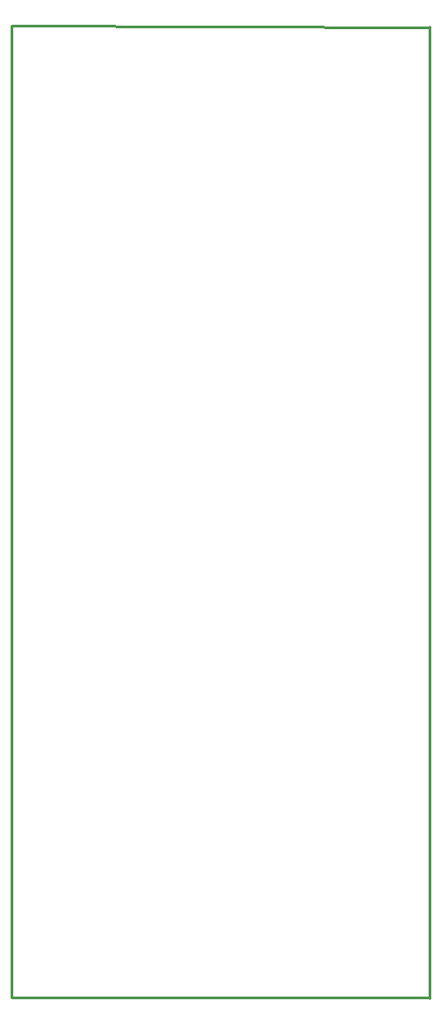
<source format=gko>
G04 Layer: BoardOutlineLayer*
G04 Panelize: , Column: 2, Row: 1, Board Size: 40.01mm x 93.13mm, Panelized Board Size: 90.01mm x 93.13mm*
G04 EasyEDA v6.5.51, 2025-12-10 18:06:53*
G04 0555fe365c4c4ce19a54b4cc8b748554,f920225d1fc94cab822a7ee7b834fcf3,10*
G04 Gerber Generator version 0.2*
G04 Scale: 100 percent, Rotated: No, Reflected: No *
G04 Dimensions in millimeters *
G04 leading zeros omitted , absolute positions ,4 integer and 5 decimal *
%FSLAX45Y45*%
%MOMM*%

%ADD10C,0.2540*%
%ADD11C,0.0126*%
D10*
X4000500Y9499600D02*
G01*
X4000500Y199618D01*
X4000500Y203200D02*
G01*
X0Y203200D01*
X0Y9512300D01*
X0Y9512300D02*
G01*
X3999971Y9499269D01*

%LPD*%
M02*

</source>
